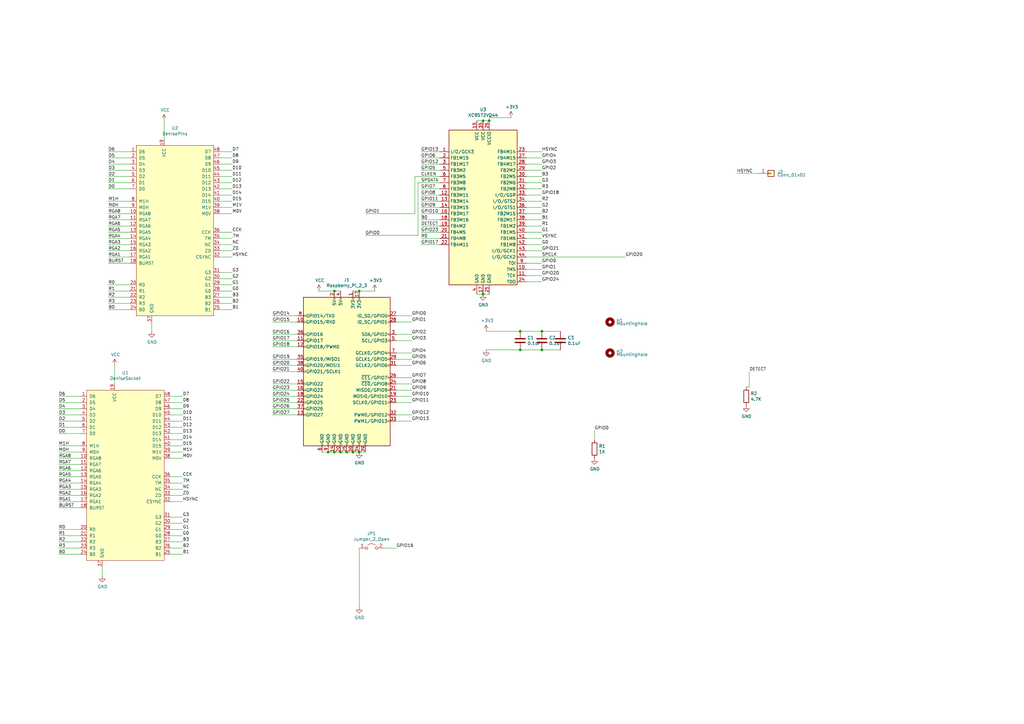
<source format=kicad_sch>
(kicad_sch (version 20220104) (generator eeschema)
  (paper "A3")
  (lib_symbols
    (symbol "Connector:Raspberry_Pi_2_3" (pin_names (offset 1.016))
      (property "Reference" "J" (at -17.78 31.75 0))
      (property "Value" "Raspberry_Pi_2_3" (at 10.16 -31.75 0))
      (symbol "Raspberry_Pi_2_3_0_1"
        (rectangle (start -17.78 30.48) (end 17.78 -30.48) (stroke (width 0.254)) (fill (type background)))
      )
      (symbol "Raspberry_Pi_2_3_1_1"
        (rectangle (start -16.891 -17.526) (end -17.78 -18.034))
        (rectangle (start -16.891 -14.986) (end -17.78 -15.494))
        (rectangle (start -16.891 -12.446) (end -17.78 -12.954))
        (rectangle (start -16.891 -9.906) (end -17.78 -10.414))
        (rectangle (start -16.891 -7.366) (end -17.78 -7.874))
        (rectangle (start -16.891 -4.826) (end -17.78 -5.334))
        (rectangle (start -16.891 0.254) (end -17.78 -0.254))
        (rectangle (start -16.891 2.794) (end -17.78 2.286))
        (rectangle (start -16.891 5.334) (end -17.78 4.826))
        (rectangle (start -16.891 10.414) (end -17.78 9.906))
        (rectangle (start -16.891 12.954) (end -17.78 12.446))
        (rectangle (start -16.891 15.494) (end -17.78 14.986))
        (rectangle (start -16.891 20.574) (end -17.78 20.066))
        (rectangle (start -16.891 23.114) (end -17.78 22.606))
        (rectangle (start -10.414 -29.591) (end -9.906 -30.48))
        (rectangle (start -7.874 -29.591) (end -7.366 -30.48))
        (rectangle (start -5.334 -29.591) (end -4.826 -30.48))
        (rectangle (start -5.334 30.48) (end -4.826 29.591))
        (rectangle (start -2.794 -29.591) (end -2.286 -30.48))
        (rectangle (start -2.794 30.48) (end -2.286 29.591))
        (rectangle (start -0.254 -29.591) (end 0.254 -30.48))
        (rectangle (start 2.286 -29.591) (end 2.794 -30.48))
        (rectangle (start 2.286 30.48) (end 2.794 29.591))
        (rectangle (start 4.826 -29.591) (end 5.334 -30.48))
        (rectangle (start 4.826 30.48) (end 5.334 29.591))
        (rectangle (start 7.366 -29.591) (end 7.874 -30.48))
        (rectangle (start 17.78 -20.066) (end 16.891 -20.574))
        (rectangle (start 17.78 -17.526) (end 16.891 -18.034))
        (rectangle (start 17.78 -12.446) (end 16.891 -12.954))
        (rectangle (start 17.78 -9.906) (end 16.891 -10.414))
        (rectangle (start 17.78 -7.366) (end 16.891 -7.874))
        (rectangle (start 17.78 -4.826) (end 16.891 -5.334))
        (rectangle (start 17.78 -2.286) (end 16.891 -2.794))
        (rectangle (start 17.78 2.794) (end 16.891 2.286))
        (rectangle (start 17.78 5.334) (end 16.891 4.826))
        (rectangle (start 17.78 7.874) (end 16.891 7.366))
        (rectangle (start 17.78 12.954) (end 16.891 12.446))
        (rectangle (start 17.78 15.494) (end 16.891 14.986))
        (rectangle (start 17.78 20.574) (end 16.891 20.066))
        (rectangle (start 17.78 23.114) (end 16.891 22.606))
        (pin power_in line (at 2.54 33.02 270) (length 2.54) (name "3V3") (number "1"))
        (pin bidirectional line (at -20.32 20.32 0) (length 2.54) (name "GPIO15/RXD") (number "10"))
        (pin bidirectional line (at -20.32 12.7 0) (length 2.54) (name "GPIO17") (number "11"))
        (pin bidirectional line (at -20.32 10.16 0) (length 2.54) (name "GPIO18/PWM0") (number "12"))
        (pin bidirectional line (at -20.32 -17.78 0) (length 2.54) (name "GPIO27") (number "13"))
        (pin power_in line (at -5.08 -33.02 90) (length 2.54) (name "GND") (number "14"))
        (pin bidirectional line (at -20.32 -5.08 0) (length 2.54) (name "GPIO22") (number "15"))
        (pin bidirectional line (at -20.32 -7.62 0) (length 2.54) (name "GPIO23") (number "16"))
        (pin power_in line (at 5.08 33.02 270) (length 2.54) (name "3V3") (number "17"))
        (pin bidirectional line (at -20.32 -10.16 0) (length 2.54) (name "GPIO24") (number "18"))
        (pin bidirectional line (at 20.32 -10.16 180) (length 2.54) (name "MOSI0/GPIO10") (number "19"))
        (pin power_in line (at -5.08 33.02 270) (length 2.54) (name "5V") (number "2"))
        (pin power_in line (at -2.54 -33.02 90) (length 2.54) (name "GND") (number "20"))
        (pin bidirectional line (at 20.32 -7.62 180) (length 2.54) (name "MISO0/GPIO9") (number "21"))
        (pin bidirectional line (at -20.32 -12.7 0) (length 2.54) (name "GPIO25") (number "22"))
        (pin bidirectional line (at 20.32 -12.7 180) (length 2.54) (name "SCLK0/GPIO11") (number "23"))
        (pin bidirectional line (at 20.32 -5.08 180) (length 2.54) (name "~{CE0}/GPIO8") (number "24"))
        (pin power_in line (at 0 -33.02 90) (length 2.54) (name "GND") (number "25"))
        (pin bidirectional line (at 20.32 -2.54 180) (length 2.54) (name "~{CE1}/GPIO7") (number "26"))
        (pin bidirectional line (at 20.32 22.86 180) (length 2.54) (name "ID_SD/GPIO0") (number "27"))
        (pin bidirectional line (at 20.32 20.32 180) (length 2.54) (name "ID_SC/GPIO1") (number "28"))
        (pin bidirectional line (at 20.32 5.08 180) (length 2.54) (name "GCLK1/GPIO5") (number "29"))
        (pin bidirectional line (at 20.32 15.24 180) (length 2.54) (name "SDA/GPIO2") (number "3"))
        (pin power_in line (at 2.54 -33.02 90) (length 2.54) (name "GND") (number "30"))
        (pin bidirectional line (at 20.32 2.54 180) (length 2.54) (name "GCLK2/GPIO6") (number "31"))
        (pin bidirectional line (at 20.32 -17.78 180) (length 2.54) (name "PWM0/GPIO12") (number "32"))
        (pin bidirectional line (at 20.32 -20.32 180) (length 2.54) (name "PWM1/GPIO13") (number "33"))
        (pin power_in line (at 5.08 -33.02 90) (length 2.54) (name "GND") (number "34"))
        (pin bidirectional line (at -20.32 5.08 0) (length 2.54) (name "GPIO19/MISO1") (number "35"))
        (pin bidirectional line (at -20.32 15.24 0) (length 2.54) (name "GPIO16") (number "36"))
        (pin bidirectional line (at -20.32 -15.24 0) (length 2.54) (name "GPIO26") (number "37"))
        (pin bidirectional line (at -20.32 2.54 0) (length 2.54) (name "GPIO20/MOSI1") (number "38"))
        (pin power_in line (at 7.62 -33.02 90) (length 2.54) (name "GND") (number "39"))
        (pin power_in line (at -2.54 33.02 270) (length 2.54) (name "5V") (number "4"))
        (pin bidirectional line (at -20.32 0 0) (length 2.54) (name "GPIO21/SCLK1") (number "40"))
        (pin bidirectional line (at 20.32 12.7 180) (length 2.54) (name "SCL/GPIO3") (number "5"))
        (pin power_in line (at -10.16 -33.02 90) (length 2.54) (name "GND") (number "6"))
        (pin bidirectional line (at 20.32 7.62 180) (length 2.54) (name "GCLK0/GPIO4") (number "7"))
        (pin bidirectional line (at -20.32 22.86 0) (length 2.54) (name "GPIO14/TXD") (number "8"))
        (pin power_in line (at -7.62 -33.02 90) (length 2.54) (name "GND") (number "9"))
      )
    )
    (symbol "Connector_Generic:Conn_01x01" (pin_names (offset 1.016) hide)
      (property "Reference" "J" (at 0 2.54 0))
      (property "Value" "Conn_01x01" (at 0 -2.54 0))
      (symbol "Conn_01x01_1_1"
        (rectangle (start -1.27 0.127) (end 0 -0.127) (stroke (width 0.1524)))
        (rectangle (start -1.27 1.27) (end 1.27 -1.27) (stroke (width 0.254)) (fill (type background)))
        (pin passive line (at -5.08 0 0) (length 3.81) (name "Pin_1") (number "1"))
      )
    )
    (symbol "Device:C" (pin_numbers hide) (pin_names (offset 0.254))
      (property "Reference" "C" (at 0.635 2.54 0))
      (property "Value" "C" (at 0.635 -2.54 0))
      (symbol "C_0_1"
        (polyline (pts (xy -2.032 -0.762) (xy 2.032 -0.762)) (stroke (width 0.508)))
        (polyline (pts (xy -2.032 0.762) (xy 2.032 0.762)) (stroke (width 0.508)))
      )
      (symbol "C_1_1"
        (pin passive line (at 0 3.81 270) (length 2.794) (name "~") (number "1"))
        (pin passive line (at 0 -3.81 90) (length 2.794) (name "~") (number "2"))
      )
    )
    (symbol "Device:R" (pin_numbers hide) (pin_names (offset 0))
      (property "Reference" "R" (at 2.032 0 90))
      (property "Value" "R" (at 0 0 90))
      (symbol "R_0_1"
        (rectangle (start -1.016 -2.54) (end 1.016 2.54) (stroke (width 0.254)))
      )
      (symbol "R_1_1"
        (pin passive line (at 0 3.81 270) (length 1.27) (name "~") (number "1"))
        (pin passive line (at 0 -3.81 90) (length 1.27) (name "~") (number "2"))
      )
    )
    (symbol "Jumper:Jumper_2_Open" (pin_names (offset 0) hide)
      (property "Reference" "JP" (at 0 2.794 0))
      (property "Value" "Jumper_2_Open" (at 0 -2.286 0))
      (symbol "Jumper_2_Open_0_0"
        (circle (center -2.032 0) (radius 0.508))
        (circle (center 2.032 0) (radius 0.508))
      )
      (symbol "Jumper_2_Open_0_1"
        (arc (start 1.524 1.27) (mid 0 1.778) (end -1.524 1.27))
      )
      (symbol "Jumper_2_Open_1_1"
        (pin passive line (at -5.08 0 0) (length 2.54) (name "A") (number "1"))
        (pin passive line (at 5.08 0 180) (length 2.54) (name "B") (number "2"))
      )
    )
    (symbol "Mechanical:MountingHole" (pin_names (offset 1.016))
      (property "Reference" "H" (at 0 5.08 0))
      (property "Value" "MountingHole" (at 0 3.175 0))
      (symbol "MountingHole_0_1"
        (circle (center 0 0) (radius 1.27) (stroke (width 1.27)))
      )
    )
    (symbol "XC9572VQ44:XC9572VQ44"
      (property "Reference" "U" (at -13.97 33.02 0))
      (property "Value" "XC9572VQ44" (at -13.97 -33.02 0))
      (symbol "XC9572VQ44_1_1"
        (rectangle (start -13.97 31.75) (end 13.97 -31.75) (stroke (width 0.254)) (fill (type background)))
        (pin bidirectional line (at -17.78 22.86 0) (length 3.81) (name "I/O/GCK3") (number "1"))
        (pin input line (at 17.78 -25.4 180) (length 3.81) (name "TMS") (number "10"))
        (pin input line (at 17.78 -27.94 180) (length 3.81) (name "TCK") (number "11"))
        (pin bidirectional line (at -17.78 5.08 0) (length 3.81) (name "FB3M11") (number "12"))
        (pin bidirectional line (at -17.78 2.54 0) (length 3.81) (name "FB3M14") (number "13"))
        (pin bidirectional line (at -17.78 0 0) (length 3.81) (name "FB3M15") (number "14"))
        (pin power_in line (at -2.54 35.56 270) (length 3.81) (name "VCC") (number "15"))
        (pin bidirectional line (at -17.78 -2.54 0) (length 3.81) (name "FB3M17") (number "16"))
        (pin power_in line (at 0 -35.56 90) (length 3.81) (name "GND") (number "17"))
        (pin bidirectional line (at -17.78 -5.08 0) (length 3.81) (name "FB3M16") (number "18"))
        (pin bidirectional line (at -17.78 -7.62 0) (length 3.81) (name "FB4M2") (number "19"))
        (pin bidirectional line (at -17.78 20.32 0) (length 3.81) (name "FB1M15") (number "2"))
        (pin bidirectional line (at -17.78 -10.16 0) (length 3.81) (name "FB4M5") (number "20"))
        (pin bidirectional line (at -17.78 -12.7 0) (length 3.81) (name "FB4M8") (number "21"))
        (pin bidirectional line (at -17.78 -15.24 0) (length 3.81) (name "FB4M11") (number "22"))
        (pin bidirectional line (at 17.78 22.86 180) (length 3.81) (name "FB4M14") (number "23"))
        (pin output line (at 17.78 -30.48 180) (length 3.81) (name "TDO") (number "24"))
        (pin power_in line (at 2.54 -35.56 90) (length 3.81) (name "GND") (number "25"))
        (pin power_in line (at 2.54 35.56 270) (length 3.81) (name "VCCIO") (number "26"))
        (pin bidirectional line (at 17.78 20.32 180) (length 3.81) (name "FB4M15") (number "27"))
        (pin bidirectional line (at 17.78 17.78 180) (length 3.81) (name "FB4M17") (number "28"))
        (pin bidirectional line (at 17.78 15.24 180) (length 3.81) (name "FB2M2") (number "29"))
        (pin bidirectional line (at -17.78 17.78 0) (length 3.81) (name "FB1M17") (number "3"))
        (pin bidirectional line (at 17.78 12.7 180) (length 3.81) (name "FB2M5") (number "30"))
        (pin bidirectional line (at 17.78 10.16 180) (length 3.81) (name "FB2M6") (number "31"))
        (pin bidirectional line (at 17.78 7.62 180) (length 3.81) (name "FB2M8") (number "32"))
        (pin bidirectional line (at 17.78 5.08 180) (length 3.81) (name "I/O/GSR") (number "33"))
        (pin bidirectional line (at 17.78 2.54 180) (length 3.81) (name "I/O/GTS2") (number "34"))
        (pin power_in line (at 0 35.56 270) (length 3.81) (name "VCC") (number "35"))
        (pin bidirectional line (at 17.78 0 180) (length 3.81) (name "I/O/GTS1") (number "36"))
        (pin bidirectional line (at 17.78 -2.54 180) (length 3.81) (name "FB2M15") (number "37"))
        (pin bidirectional line (at 17.78 -5.08 180) (length 3.81) (name "FB2M17") (number "38"))
        (pin bidirectional line (at 17.78 -7.62 180) (length 3.81) (name "FB1M2") (number "39"))
        (pin power_in line (at -2.54 -35.56 90) (length 3.81) (name "GND") (number "4"))
        (pin bidirectional line (at 17.78 -10.16 180) (length 3.81) (name "FB1M5") (number "40"))
        (pin bidirectional line (at 17.78 -12.7 180) (length 3.81) (name "FB1M6") (number "41"))
        (pin bidirectional line (at 17.78 -15.24 180) (length 3.81) (name "FB1M8") (number "42"))
        (pin bidirectional line (at 17.78 -17.78 180) (length 3.81) (name "I/O/GCK1") (number "43"))
        (pin bidirectional line (at 17.78 -20.32 180) (length 3.81) (name "I/O/GCK2") (number "44"))
        (pin bidirectional line (at -17.78 15.24 0) (length 3.81) (name "FB3M2") (number "5"))
        (pin bidirectional line (at -17.78 12.7 0) (length 3.81) (name "FB3M5") (number "6"))
        (pin bidirectional line (at -17.78 10.16 0) (length 3.81) (name "FB3M8") (number "7"))
        (pin bidirectional line (at -17.78 7.62 0) (length 3.81) (name "FB3M9") (number "8"))
        (pin input line (at 17.78 -22.86 180) (length 3.81) (name "TDI") (number "9"))
      )
    )
    (symbol "power:+3.3V" (power) (pin_names (offset 0))
      (property "Value" "+3.3V" (at 0 3.556 0))
      (symbol "+3.3V_0_1"
        (polyline (pts (xy -0.762 1.27) (xy 0 2.54)))
        (polyline (pts (xy 0 0) (xy 0 2.54)))
        (polyline (pts (xy 0 2.54) (xy 0.762 1.27)))
      )
      (symbol "+3.3V_1_1"
        (pin power_in line (at 0 0 90) (length 0) hide (name "+3V3") (number "1"))
      )
    )
    (symbol "power:GND" (power) (pin_names (offset 0))
      (property "Value" "GND" (at 0 -3.81 0))
      (symbol "GND_0_1"
        (polyline (pts (xy 0 0) (xy 0 -1.27) (xy 1.27 -1.27) (xy 0 -2.54) (xy -1.27 -1.27) (xy 0 -1.27)))
      )
      (symbol "GND_1_1"
        (pin power_in line (at 0 0 270) (length 0) hide (name "GND") (number "1"))
      )
    )
    (symbol "power:VCC" (power) (pin_names (offset 0))
      (property "Value" "VCC" (at 0 3.81 0))
      (symbol "VCC_0_1"
        (polyline (pts (xy -0.762 1.27) (xy 0 2.54)))
        (polyline (pts (xy 0 0) (xy 0 2.54)))
        (polyline (pts (xy 0 2.54) (xy 0.762 1.27)))
      )
      (symbol "VCC_1_1"
        (pin power_in line (at 0 0 90) (length 0) hide (name "VCC") (number "1"))
      )
    )
    (symbol "rgb2hdmi:AmigaDenise" (pin_names (offset 1.016))
      (property "Reference" "U" (at 0 0 0))
      (property "Value" "AmigaDenise" (at 10.16 74.93 0))
      (symbol "AmigaDenise_0_1"
        (rectangle (start -13.97 3.81) (end 17.78 73.66) (fill (type background)))
      )
      (symbol "AmigaDenise_1_1"
        (pin bidirectional line (at -16.51 71.12 0) (length 2.54) (name "D6") (number "1"))
        (pin input line (at -16.51 45.72 0) (length 2.54) (name "RGA8") (number "10"))
        (pin input line (at -16.51 43.18 0) (length 2.54) (name "RGA7") (number "11"))
        (pin input line (at -16.51 40.64 0) (length 2.54) (name "RGA6") (number "12"))
        (pin input line (at -16.51 38.1 0) (length 2.54) (name "RGA5") (number "13"))
        (pin input line (at -16.51 35.56 0) (length 2.54) (name "RGA4") (number "14"))
        (pin input line (at -16.51 33.02 0) (length 2.54) (name "RGA3") (number "15"))
        (pin input line (at -16.51 30.48 0) (length 2.54) (name "RGA2") (number "16"))
        (pin input line (at -16.51 27.94 0) (length 2.54) (name "RGA1") (number "17"))
        (pin output line (at -16.51 25.4 0) (length 2.54) (name "BURST") (number "18"))
        (pin power_in line (at -2.54 76.2 270) (length 2.54) (name "VCC") (number "19"))
        (pin bidirectional line (at -16.51 68.58 0) (length 2.54) (name "D5") (number "2"))
        (pin output line (at -16.51 16.51 0) (length 2.54) (name "R0") (number "20"))
        (pin output line (at -16.51 13.97 0) (length 2.54) (name "R1") (number "21"))
        (pin output line (at -16.51 11.43 0) (length 2.54) (name "R2") (number "22"))
        (pin output line (at -16.51 8.89 0) (length 2.54) (name "R3") (number "23"))
        (pin output line (at -16.51 6.35 0) (length 2.54) (name "B0") (number "24"))
        (pin output line (at 20.32 6.35 180) (length 2.54) (name "B1") (number "25"))
        (pin output line (at 20.32 8.89 180) (length 2.54) (name "B2") (number "26"))
        (pin output line (at 20.32 11.43 180) (length 2.54) (name "B3") (number "27"))
        (pin output line (at 20.32 13.97 180) (length 2.54) (name "G0") (number "28"))
        (pin output line (at 20.32 16.51 180) (length 2.54) (name "G1") (number "29"))
        (pin bidirectional line (at -16.51 66.04 0) (length 2.54) (name "D4") (number "3"))
        (pin output line (at 20.32 19.05 180) (length 2.54) (name "G2") (number "30"))
        (pin output line (at 20.32 21.59 180) (length 2.54) (name "G3") (number "31"))
        (pin output line (at 20.32 27.94 180) (length 2.54) (name "CSYNC") (number "32"))
        (pin output line (at 20.32 30.48 180) (length 2.54) (name "ZD") (number "33"))
        (pin bidirectional line (at 20.32 33.02 180) (length 2.54) (name "NC") (number "34"))
        (pin input line (at 20.32 35.56 180) (length 2.54) (name "7M") (number "35"))
        (pin input line (at 20.32 38.1 180) (length 2.54) (name "CCK") (number "36"))
        (pin power_in line (at -7.62 1.27 90) (length 2.54) (name "GND") (number "37"))
        (pin input line (at 20.32 45.72 180) (length 2.54) (name "M0V") (number "38"))
        (pin input line (at 20.32 48.26 180) (length 2.54) (name "M1V") (number "39"))
        (pin bidirectional line (at -16.51 63.5 0) (length 2.54) (name "D3") (number "4"))
        (pin bidirectional line (at 20.32 50.8 180) (length 2.54) (name "D15") (number "40"))
        (pin bidirectional line (at 20.32 53.34 180) (length 2.54) (name "D14") (number "41"))
        (pin bidirectional line (at 20.32 55.88 180) (length 2.54) (name "D13") (number "42"))
        (pin bidirectional line (at 20.32 58.42 180) (length 2.54) (name "D12") (number "43"))
        (pin bidirectional line (at 20.32 60.96 180) (length 2.54) (name "D11") (number "44"))
        (pin bidirectional line (at 20.32 63.5 180) (length 2.54) (name "D10") (number "45"))
        (pin bidirectional line (at 20.32 66.04 180) (length 2.54) (name "D9") (number "46"))
        (pin bidirectional line (at 20.32 68.58 180) (length 2.54) (name "D8") (number "47"))
        (pin bidirectional line (at 20.32 71.12 180) (length 2.54) (name "D7") (number "48"))
        (pin bidirectional line (at -16.51 60.96 0) (length 2.54) (name "D2") (number "5"))
        (pin bidirectional line (at -16.51 58.42 0) (length 2.54) (name "D1") (number "6"))
        (pin bidirectional line (at -16.51 55.88 0) (length 2.54) (name "D0") (number "7"))
        (pin input line (at -16.51 50.8 0) (length 2.54) (name "M1H") (number "8"))
        (pin input line (at -16.51 48.26 0) (length 2.54) (name "M0H") (number "9"))
      )
    )
  )
  (junction (at 134.62 185.42) (diameter 0.9144))
  (junction (at 144.78 185.42) (diameter 0.9144))
  (junction (at 198.12 120.65) (diameter 0.9144))
  (junction (at 198.12 49.53) (diameter 0.9144))
  (junction (at 213.36 135.89) (diameter 0.9144))
  (junction (at 137.16 185.42) (diameter 0.9144))
  (junction (at 200.66 49.53) (diameter 0.9144))
  (junction (at 213.36 143.51) (diameter 0.9144))
  (junction (at 222.25 135.89) (diameter 0.9144))
  (junction (at 147.32 119.38) (diameter 0.9144))
  (junction (at 222.25 143.51) (diameter 0.9144))
  (junction (at 142.24 185.42) (diameter 0.9144))
  (junction (at 147.32 185.42) (diameter 0.9144))
  (junction (at 139.7 185.42) (diameter 0.9144))
  (junction (at 137.16 119.38) (diameter 0.9144))
  (wire (pts (xy 53.34 64.77) (xy 44.45 64.77)))
  (wire (pts (xy 198.12 120.65) (xy 200.66 120.65)))
  (wire (pts (xy 172.72 90.17) (xy 180.34 90.17)))
  (wire (pts (xy 24.13 222.25) (xy 33.02 222.25)))
  (wire (pts (xy 111.76 142.24) (xy 121.92 142.24)))
  (wire (pts (xy 209.55 48.26) (xy 200.66 48.26)))
  (wire (pts (xy 162.56 137.16) (xy 168.91 137.16)))
  (wire (pts (xy 74.93 165.1) (xy 69.85 165.1)))
  (wire (pts (xy 199.39 143.51) (xy 213.36 143.51)))
  (wire (pts (xy 74.93 219.71) (xy 69.85 219.71)))
  (wire (pts (xy 222.25 110.49) (xy 215.9 110.49)))
  (wire (pts (xy 168.91 165.1) (xy 162.56 165.1)))
  (wire (pts (xy 147.32 224.79) (xy 147.32 248.92)))
  (wire (pts (xy 162.56 144.78) (xy 168.91 144.78)))
  (wire (pts (xy 24.13 200.66) (xy 33.02 200.66)))
  (wire (pts (xy 44.45 92.71) (xy 53.34 92.71)))
  (wire (pts (xy 222.25 90.17) (xy 215.9 90.17)))
  (wire (pts (xy 222.25 97.79) (xy 215.9 97.79)))
  (wire (pts (xy 222.25 85.09) (xy 215.9 85.09)))
  (wire (pts (xy 172.72 85.09) (xy 180.34 85.09)))
  (wire (pts (xy 222.25 102.87) (xy 215.9 102.87)))
  (wire (pts (xy 130.81 119.38) (xy 137.16 119.38)))
  (wire (pts (xy 69.85 172.72) (xy 74.93 172.72)))
  (wire (pts (xy 24.13 182.88) (xy 33.02 182.88)))
  (wire (pts (xy 222.25 100.33) (xy 215.9 100.33)))
  (wire (pts (xy 170.18 72.39) (xy 180.34 72.39)))
  (wire (pts (xy 168.91 129.54) (xy 162.56 129.54)))
  (wire (pts (xy 46.99 149.86) (xy 46.99 157.48)))
  (wire (pts (xy 44.45 72.39) (xy 53.34 72.39)))
  (wire (pts (xy 24.13 208.28) (xy 33.02 208.28)))
  (wire (pts (xy 162.56 157.48) (xy 168.91 157.48)))
  (wire (pts (xy 44.45 74.93) (xy 53.34 74.93)))
  (wire (pts (xy 139.7 185.42) (xy 142.24 185.42)))
  (wire (pts (xy 111.76 137.16) (xy 121.92 137.16)))
  (wire (pts (xy 243.84 176.53) (xy 243.84 180.34)))
  (wire (pts (xy 199.39 135.89) (xy 213.36 135.89)))
  (wire (pts (xy 24.13 193.04) (xy 33.02 193.04)))
  (wire (pts (xy 44.45 67.31) (xy 53.34 67.31)))
  (wire (pts (xy 74.93 175.26) (xy 69.85 175.26)))
  (wire (pts (xy 33.02 165.1) (xy 24.13 165.1)))
  (wire (pts (xy 44.45 121.92) (xy 53.34 121.92)))
  (wire (pts (xy 74.93 200.66) (xy 69.85 200.66)))
  (wire (pts (xy 153.67 119.38) (xy 147.32 119.38)))
  (wire (pts (xy 222.25 82.55) (xy 215.9 82.55)))
  (wire (pts (xy 95.25 114.3) (xy 90.17 114.3)))
  (wire (pts (xy 74.93 214.63) (xy 69.85 214.63)))
  (wire (pts (xy 44.45 62.23) (xy 53.34 62.23)))
  (wire (pts (xy 172.72 95.25) (xy 180.34 95.25)))
  (wire (pts (xy 74.93 180.34) (xy 69.85 180.34)))
  (wire (pts (xy 95.25 87.63) (xy 90.17 87.63)))
  (wire (pts (xy 222.25 87.63) (xy 215.9 87.63)))
  (wire (pts (xy 222.25 80.01) (xy 215.9 80.01)))
  (wire (pts (xy 95.25 69.85) (xy 90.17 69.85)))
  (wire (pts (xy 44.45 107.95) (xy 53.34 107.95)))
  (wire (pts (xy 134.62 185.42) (xy 137.16 185.42)))
  (wire (pts (xy 95.25 62.23) (xy 90.17 62.23)))
  (wire (pts (xy 44.45 77.47) (xy 53.34 77.47)))
  (wire (pts (xy 44.45 85.09) (xy 53.34 85.09)))
  (wire (pts (xy 172.72 64.77) (xy 180.34 64.77)))
  (wire (pts (xy 95.25 102.87) (xy 90.17 102.87)))
  (wire (pts (xy 168.91 154.94) (xy 162.56 154.94)))
  (wire (pts (xy 171.45 74.93) (xy 171.45 96.52)))
  (wire (pts (xy 172.72 62.23) (xy 180.34 62.23)))
  (wire (pts (xy 149.86 96.52) (xy 171.45 96.52)))
  (wire (pts (xy 144.78 185.42) (xy 147.32 185.42)))
  (wire (pts (xy 95.25 111.76) (xy 90.17 111.76)))
  (wire (pts (xy 67.31 49.53) (xy 67.31 57.15)))
  (wire (pts (xy 95.25 105.41) (xy 90.17 105.41)))
  (wire (pts (xy 222.25 77.47) (xy 215.9 77.47)))
  (wire (pts (xy 111.76 165.1) (xy 121.92 165.1)))
  (wire (pts (xy 222.25 143.51) (xy 213.36 143.51)))
  (wire (pts (xy 198.12 49.53) (xy 195.58 49.53)))
  (wire (pts (xy 139.7 119.38) (xy 137.16 119.38)))
  (wire (pts (xy 229.87 143.51) (xy 222.25 143.51)))
  (wire (pts (xy 74.93 222.25) (xy 69.85 222.25)))
  (wire (pts (xy 147.32 185.42) (xy 149.86 185.42)))
  (wire (pts (xy 302.26 71.12) (xy 311.15 71.12)))
  (wire (pts (xy 33.02 227.33) (xy 24.13 227.33)))
  (wire (pts (xy 172.72 69.85) (xy 180.34 69.85)))
  (wire (pts (xy 95.25 121.92) (xy 90.17 121.92)))
  (wire (pts (xy 222.25 135.89) (xy 229.87 135.89)))
  (wire (pts (xy 24.13 167.64) (xy 33.02 167.64)))
  (wire (pts (xy 95.25 124.46) (xy 90.17 124.46)))
  (wire (pts (xy 168.91 147.32) (xy 162.56 147.32)))
  (wire (pts (xy 24.13 172.72) (xy 33.02 172.72)))
  (wire (pts (xy 111.76 139.7) (xy 121.92 139.7)))
  (wire (pts (xy 132.08 185.42) (xy 134.62 185.42)))
  (wire (pts (xy 44.45 105.41) (xy 53.34 105.41)))
  (wire (pts (xy 111.76 162.56) (xy 121.92 162.56)))
  (wire (pts (xy 44.45 90.17) (xy 53.34 90.17)))
  (wire (pts (xy 172.72 77.47) (xy 180.34 77.47)))
  (wire (pts (xy 74.93 167.64) (xy 69.85 167.64)))
  (wire (pts (xy 157.48 224.79) (xy 162.56 224.79)))
  (wire (pts (xy 200.66 48.26) (xy 200.66 49.53)))
  (wire (pts (xy 222.25 67.31) (xy 215.9 67.31)))
  (wire (pts (xy 24.13 170.18) (xy 33.02 170.18)))
  (wire (pts (xy 222.25 92.71) (xy 215.9 92.71)))
  (wire (pts (xy 111.76 160.02) (xy 121.92 160.02)))
  (wire (pts (xy 95.25 82.55) (xy 90.17 82.55)))
  (wire (pts (xy 111.76 152.4) (xy 121.92 152.4)))
  (wire (pts (xy 170.18 72.39) (xy 170.18 87.63)))
  (wire (pts (xy 62.23 135.89) (xy 62.23 132.08)))
  (wire (pts (xy 44.45 97.79) (xy 53.34 97.79)))
  (wire (pts (xy 222.25 95.25) (xy 215.9 95.25)))
  (wire (pts (xy 95.25 127) (xy 90.17 127)))
  (wire (pts (xy 172.72 67.31) (xy 180.34 67.31)))
  (wire (pts (xy 149.86 87.63) (xy 170.18 87.63)))
  (wire (pts (xy 172.72 97.79) (xy 180.34 97.79)))
  (wire (pts (xy 24.13 217.17) (xy 33.02 217.17)))
  (wire (pts (xy 24.13 177.8) (xy 33.02 177.8)))
  (wire (pts (xy 24.13 224.79) (xy 33.02 224.79)))
  (wire (pts (xy 44.45 82.55) (xy 53.34 82.55)))
  (wire (pts (xy 24.13 190.5) (xy 33.02 190.5)))
  (wire (pts (xy 74.93 182.88) (xy 69.85 182.88)))
  (wire (pts (xy 74.93 170.18) (xy 69.85 170.18)))
  (wire (pts (xy 222.25 113.03) (xy 215.9 113.03)))
  (wire (pts (xy 74.93 185.42) (xy 69.85 185.42)))
  (wire (pts (xy 222.25 64.77) (xy 215.9 64.77)))
  (wire (pts (xy 172.72 87.63) (xy 180.34 87.63)))
  (wire (pts (xy 74.93 224.79) (xy 69.85 224.79)))
  (wire (pts (xy 222.25 115.57) (xy 215.9 115.57)))
  (wire (pts (xy 168.91 139.7) (xy 162.56 139.7)))
  (wire (pts (xy 24.13 195.58) (xy 33.02 195.58)))
  (wire (pts (xy 44.45 119.38) (xy 53.34 119.38)))
  (wire (pts (xy 74.93 203.2) (xy 69.85 203.2)))
  (wire (pts (xy 162.56 162.56) (xy 168.91 162.56)))
  (wire (pts (xy 74.93 177.8) (xy 69.85 177.8)))
  (wire (pts (xy 180.34 74.93) (xy 171.45 74.93)))
  (wire (pts (xy 95.25 77.47) (xy 90.17 77.47)))
  (wire (pts (xy 172.72 92.71) (xy 180.34 92.71)))
  (wire (pts (xy 222.25 62.23) (xy 215.9 62.23)))
  (wire (pts (xy 95.25 97.79) (xy 90.17 97.79)))
  (wire (pts (xy 53.34 102.87) (xy 44.45 102.87)))
  (wire (pts (xy 74.93 162.56) (xy 69.85 162.56)))
  (wire (pts (xy 172.72 80.01) (xy 180.34 80.01)))
  (wire (pts (xy 111.76 147.32) (xy 121.92 147.32)))
  (wire (pts (xy 95.25 116.84) (xy 90.17 116.84)))
  (wire (pts (xy 24.13 198.12) (xy 33.02 198.12)))
  (wire (pts (xy 147.32 119.38) (xy 144.78 119.38)))
  (wire (pts (xy 162.56 170.18) (xy 168.91 170.18)))
  (wire (pts (xy 215.9 105.41) (xy 256.54 105.41)))
  (wire (pts (xy 24.13 185.42) (xy 33.02 185.42)))
  (wire (pts (xy 111.76 149.86) (xy 121.92 149.86)))
  (wire (pts (xy 111.76 157.48) (xy 121.92 157.48)))
  (wire (pts (xy 222.25 107.95) (xy 215.9 107.95)))
  (wire (pts (xy 53.34 127) (xy 44.45 127)))
  (wire (pts (xy 222.25 74.93) (xy 215.9 74.93)))
  (wire (pts (xy 137.16 185.42) (xy 139.7 185.42)))
  (wire (pts (xy 95.25 119.38) (xy 90.17 119.38)))
  (wire (pts (xy 200.66 49.53) (xy 198.12 49.53)))
  (wire (pts (xy 198.12 120.65) (xy 195.58 120.65)))
  (wire (pts (xy 95.25 100.33) (xy 90.17 100.33)))
  (wire (pts (xy 44.45 116.84) (xy 53.34 116.84)))
  (wire (pts (xy 172.72 100.33) (xy 180.34 100.33)))
  (wire (pts (xy 33.02 203.2) (xy 24.13 203.2)))
  (wire (pts (xy 111.76 129.54) (xy 121.92 129.54)))
  (wire (pts (xy 24.13 162.56) (xy 33.02 162.56)))
  (wire (pts (xy 74.93 205.74) (xy 69.85 205.74)))
  (wire (pts (xy 41.91 236.22) (xy 41.91 232.41)))
  (wire (pts (xy 162.56 149.86) (xy 168.91 149.86)))
  (wire (pts (xy 44.45 124.46) (xy 53.34 124.46)))
  (wire (pts (xy 44.45 100.33) (xy 53.34 100.33)))
  (wire (pts (xy 168.91 160.02) (xy 162.56 160.02)))
  (wire (pts (xy 142.24 185.42) (xy 144.78 185.42)))
  (wire (pts (xy 111.76 170.18) (xy 121.92 170.18)))
  (wire (pts (xy 74.93 187.96) (xy 69.85 187.96)))
  (wire (pts (xy 24.13 175.26) (xy 33.02 175.26)))
  (wire (pts (xy 95.25 64.77) (xy 90.17 64.77)))
  (wire (pts (xy 44.45 87.63) (xy 53.34 87.63)))
  (wire (pts (xy 172.72 82.55) (xy 180.34 82.55)))
  (wire (pts (xy 111.76 132.08) (xy 121.92 132.08)))
  (wire (pts (xy 44.45 69.85) (xy 53.34 69.85)))
  (wire (pts (xy 74.93 217.17) (xy 69.85 217.17)))
  (wire (pts (xy 74.93 212.09) (xy 69.85 212.09)))
  (wire (pts (xy 95.25 85.09) (xy 90.17 85.09)))
  (wire (pts (xy 44.45 95.25) (xy 53.34 95.25)))
  (wire (pts (xy 168.91 172.72) (xy 162.56 172.72)))
  (wire (pts (xy 95.25 74.93) (xy 90.17 74.93)))
  (wire (pts (xy 222.25 69.85) (xy 215.9 69.85)))
  (wire (pts (xy 222.25 72.39) (xy 215.9 72.39)))
  (wire (pts (xy 74.93 195.58) (xy 69.85 195.58)))
  (wire (pts (xy 213.36 135.89) (xy 222.25 135.89)))
  (wire (pts (xy 168.91 132.08) (xy 162.56 132.08)))
  (wire (pts (xy 307.34 158.75) (xy 306.07 158.75)))
  (wire (pts (xy 24.13 205.74) (xy 33.02 205.74)))
  (wire (pts (xy 24.13 219.71) (xy 33.02 219.71)))
  (wire (pts (xy 95.25 80.01) (xy 90.17 80.01)))
  (wire (pts (xy 74.93 198.12) (xy 69.85 198.12)))
  (wire (pts (xy 24.13 187.96) (xy 33.02 187.96)))
  (wire (pts (xy 74.93 227.33) (xy 69.85 227.33)))
  (wire (pts (xy 95.25 67.31) (xy 90.17 67.31)))
  (wire (pts (xy 90.17 72.39) (xy 95.25 72.39)))
  (wire (pts (xy 95.25 95.25) (xy 90.17 95.25)))
  (wire (pts (xy 307.34 152.4) (xy 307.34 158.75)))
  (wire (pts (xy 111.76 167.64) (xy 121.92 167.64)))
  (label "D4" (at 44.45 67.31 0))
  (label "B3" (at 74.93 222.25 0))
  (label "D5" (at 24.13 165.1 0))
  (label "GPIO18" (at 222.25 80.01 0))
  (label "G3" (at 222.25 74.93 0))
  (label "GPIO2" (at 222.25 69.85 0))
  (label "RGA3" (at 24.13 200.66 0))
  (label "7M" (at 95.25 97.79 0))
  (label "GPIO12" (at 168.91 170.18 0))
  (label "R1" (at 222.25 92.71 0))
  (label "M0V" (at 74.93 187.96 0))
  (label "D15" (at 74.93 182.88 0))
  (label "GPIO13" (at 168.91 172.72 0))
  (label "G1" (at 222.25 95.25 0))
  (label "B0" (at 44.45 127 0))
  (label "D1" (at 44.45 74.93 0))
  (label "D0" (at 44.45 77.47 0))
  (label "R1" (at 44.45 119.38 0))
  (label "GPIO21" (at 222.25 102.87 0))
  (label "GPIO8" (at 168.91 157.48 0))
  (label "GPIO0" (at 222.25 107.95 0))
  (label "D9" (at 95.25 67.31 0))
  (label "R3" (at 44.45 124.46 0))
  (label "RGA2" (at 44.45 102.87 0))
  (label "DETECT" (at 172.72 92.71 0))
  (label "GPIO26" (at 111.76 167.64 0))
  (label "GPIO15" (at 111.76 132.08 0))
  (label "GPIO1" (at 149.86 87.63 0))
  (label "D10" (at 95.25 69.85 0))
  (label "D6" (at 24.13 162.56 0))
  (label "B2" (at 95.25 124.46 0))
  (label "D3" (at 44.45 69.85 0))
  (label "G0" (at 222.25 100.33 0))
  (label "GPIO23" (at 172.72 95.25 0))
  (label "D2" (at 44.45 72.39 0))
  (label "ZD" (at 74.93 203.2 0))
  (label "GPIO17" (at 172.72 100.33 0))
  (label "GPIO7" (at 168.91 154.94 0))
  (label "R0" (at 172.72 97.79 0))
  (label "GPIO12" (at 172.72 67.31 0))
  (label "D5" (at 44.45 64.77 0))
  (label "GPIO14" (at 111.76 129.54 0))
  (label "RGA5" (at 44.45 95.25 0))
  (label "D14" (at 95.25 80.01 0))
  (label "B3" (at 95.25 121.92 0))
  (label "D14" (at 74.93 180.34 0))
  (label "R0" (at 44.45 116.84 0))
  (label "D15" (at 95.25 82.55 0))
  (label "GPIO1" (at 168.91 132.08 0))
  (label "GPIO24" (at 222.25 115.57 0))
  (label "GPIO23" (at 111.76 160.02 0))
  (label "D2" (at 24.13 172.72 0))
  (label "D4" (at 24.13 167.64 0))
  (label "CCK" (at 95.25 95.25 0))
  (label "GPIO16" (at 162.56 224.79 0))
  (label "D10" (at 74.93 170.18 0))
  (label "GPIO6" (at 172.72 64.77 0))
  (label "RGA6" (at 24.13 193.04 0))
  (label "GPIO3" (at 222.25 67.31 0))
  (label "GPIO5" (at 168.91 147.32 0))
  (label "B1" (at 74.93 227.33 0))
  (label "R0" (at 24.13 217.17 0))
  (label "BURST" (at 44.45 107.95 0))
  (label "GPIO0" (at 168.91 129.54 0))
  (label "B2" (at 74.93 224.79 0))
  (label "RGA5" (at 24.13 195.58 0))
  (label "GPIO10" (at 168.91 162.56 0))
  (label "NC" (at 74.93 200.66 0))
  (label "M1H" (at 44.45 82.55 0))
  (label "D8" (at 74.93 165.1 0))
  (label "GPIO18" (at 111.76 142.24 0))
  (label "RGA6" (at 44.45 92.71 0))
  (label "D0" (at 24.13 177.8 0))
  (label "G2" (at 222.25 85.09 0))
  (label "GPIO20" (at 111.76 149.86 0))
  (label "7M" (at 74.93 198.12 0))
  (label "SPCLK" (at 222.25 105.41 0))
  (label "CLKEN" (at 172.72 72.39 0))
  (label "G1" (at 74.93 217.17 0))
  (label "B1" (at 222.25 90.17 0))
  (label "R2" (at 24.13 222.25 0))
  (label "GPIO27" (at 111.76 170.18 0))
  (label "GPIO7" (at 172.72 77.47 0))
  (label "B3" (at 222.25 72.39 0))
  (label "GPIO20" (at 256.54 105.41 0))
  (label "G0" (at 74.93 219.71 0))
  (label "GPIO2" (at 168.91 137.16 0))
  (label "GPIO16" (at 111.76 137.16 0))
  (label "RGA2" (at 24.13 203.2 0))
  (label "RGA1" (at 24.13 205.74 0))
  (label "D12" (at 74.93 175.26 0))
  (label "D7" (at 95.25 62.23 0))
  (label "D9" (at 74.93 167.64 0))
  (label "D6" (at 44.45 62.23 0))
  (label "GPIO13" (at 172.72 62.23 0))
  (label "D7" (at 74.93 162.56 0))
  (label "GPIO21" (at 111.76 152.4 0))
  (label "M1V" (at 95.25 85.09 0))
  (label "M0H" (at 44.45 85.09 0))
  (label "CCK" (at 74.93 195.58 0))
  (label "G3" (at 95.25 111.76 0))
  (label "G1" (at 95.25 116.84 0))
  (label "NC" (at 95.25 100.33 0))
  (label "DETECT" (at 307.34 152.4 0))
  (label "GPIO9" (at 168.91 160.02 0))
  (label "R3" (at 222.25 77.47 0))
  (label "RGA4" (at 44.45 97.79 0))
  (label "HSYNC" (at 302.26 71.12 0))
  (label "D3" (at 24.13 170.18 0))
  (label "GPIO8" (at 172.72 80.01 0))
  (label "ZD" (at 95.25 102.87 0))
  (label "RGA1" (at 44.45 105.41 0))
  (label "D11" (at 74.93 172.72 0))
  (label "GPIO10" (at 172.72 87.63 0))
  (label "R2" (at 44.45 121.92 0))
  (label "HSYNC" (at 74.93 205.74 0))
  (label "HSYNC" (at 95.25 105.41 0))
  (label "D12" (at 95.25 74.93 0))
  (label "M1V" (at 74.93 185.42 0))
  (label "GPIO20" (at 222.25 113.03 0))
  (label "D13" (at 95.25 77.47 0))
  (label "GPIO4" (at 222.25 64.77 0))
  (label "GPIO9" (at 172.72 85.09 0))
  (label "GPIO4" (at 168.91 144.78 0))
  (label "GPIO22" (at 111.76 157.48 0))
  (label "GPIO3" (at 168.91 139.7 0))
  (label "G0" (at 95.25 119.38 0))
  (label "B0" (at 172.72 90.17 0))
  (label "D13" (at 74.93 177.8 0))
  (label "B2" (at 222.25 87.63 0))
  (label "GPIO1" (at 222.25 110.49 0))
  (label "HSYNC" (at 222.25 62.23 0))
  (label "B0" (at 24.13 227.33 0))
  (label "D11" (at 95.25 72.39 0))
  (label "M1H" (at 24.13 182.88 0))
  (label "G2" (at 95.25 114.3 0))
  (label "M0V" (at 95.25 87.63 0))
  (label "D8" (at 95.25 64.77 0))
  (label "SPDATA" (at 172.72 74.93 0))
  (label "GPIO11" (at 168.91 165.1 0))
  (label "M0H" (at 24.13 185.42 0))
  (label "GPIO5" (at 172.72 69.85 0))
  (label "R3" (at 24.13 224.79 0))
  (label "D1" (at 24.13 175.26 0))
  (label "GPIO17" (at 111.76 139.7 0))
  (label "G3" (at 74.93 212.09 0))
  (label "GPIO6" (at 168.91 149.86 0))
  (label "VSYNC" (at 222.25 97.79 0))
  (label "GPIO11" (at 172.72 82.55 0))
  (label "GPIO24" (at 111.76 162.56 0))
  (label "B1" (at 95.25 127 0))
  (label "BURST" (at 24.13 208.28 0))
  (label "RGA8" (at 44.45 87.63 0))
  (label "GPIO19" (at 111.76 147.32 0))
  (label "G2" (at 74.93 214.63 0))
  (label "RGA3" (at 44.45 100.33 0))
  (label "R2" (at 222.25 82.55 0))
  (label "R1" (at 24.13 219.71 0))
  (label "GPIO0" (at 149.86 96.52 0))
  (label "GPIO25" (at 111.76 165.1 0))
  (label "RGA8" (at 24.13 187.96 0))
  (label "GPIO0" (at 243.84 176.53 0))
  (label "RGA4" (at 24.13 198.12 0))
  (label "RGA7" (at 44.45 90.17 0))
  (label "RGA7" (at 24.13 190.5 0))
  (symbol (lib_id "XC9572VQ44:XC9572VQ44") (at 198.12 85.09 0) (unit 1)
    (property "Reference" "U3" (at 198.12 44.9326 0))
    (property "Value" "XC9572VQ44" (at 198.12 47.244 0))
    (property "Footprint" "Package_QFP_AKL:TQFP-44_10x10mm_P0.8mm" (effects hide))
  )
  (symbol (lib_id "power:GND") (at 62.23 135.89 0) (unit 1)
    (property "Reference" "#PWR03" (effects hide))
    (property "Value" "GND" (at 62.357 140.2842 0))
  )
  (symbol (lib_id "power:VCC") (at 67.31 49.53 0) (unit 1)
    (property "Reference" "#PWR04" (effects hide))
    (property "Value" "VCC" (at 67.691 45.1358 0))
  )
  (symbol (lib_id "power:+3.3V") (at 209.55 48.26 0) (unit 1)
    (property "Reference" "#PWR012" (effects hide))
    (property "Value" "+3.3V" (at 209.931 43.8658 0))
  )
  (symbol (lib_id "power:GND") (at 198.12 120.65 0) (unit 1)
    (property "Reference" "#PWR09" (effects hide))
    (property "Value" "GND" (at 198.247 125.0442 0))
  )
  (symbol (lib_id "power:GND") (at 306.07 166.37 0) (unit 1)
    (property "Reference" "#PWR014" (effects hide))
    (property "Value" "GND" (at 306.197 170.7642 0))
  )
  (symbol (lib_id "Connector:Raspberry_Pi_2_3") (at 142.24 152.4 0) (unit 1)
    (property "Reference" "J1" (at 142.24 114.7826 0))
    (property "Value" "Raspberry_Pi_2_3" (at 142.24 117.094 0))
    (property "Footprint" "Connector_PinSocket_2.54mm:PinSocket_2x20_P2.54mm_Vertical" (effects hide))
    (property "Datasheet" "https://www.raspberrypi.org/documentation/hardware/raspberrypi/schematics/rpi_SCH_3bplus_1p0_reduced.pdf" (effects hide))
  )
  (symbol (lib_id "power:GND") (at 147.32 185.42 0) (unit 1)
    (property "Reference" "#PWR06" (effects hide))
    (property "Value" "GND" (at 147.447 189.8142 0))
  )
  (symbol (lib_id "power:VCC") (at 130.81 119.38 0) (unit 1)
    (property "Reference" "#PWR05" (effects hide))
    (property "Value" "VCC" (at 131.191 114.9858 0))
  )
  (symbol (lib_id "power:+3.3V") (at 153.67 119.38 0) (unit 1)
    (property "Reference" "#PWR08" (effects hide))
    (property "Value" "+3.3V" (at 154.051 114.9858 0))
  )
  (symbol (lib_id "power:+3.3V") (at 199.39 135.89 0) (unit 1)
    (property "Reference" "#PWR010" (effects hide))
    (property "Value" "+3.3V" (at 199.771 131.4958 0))
  )
  (symbol (lib_id "Device:C") (at 213.36 139.7 0) (unit 1)
    (property "Reference" "C1" (at 216.281 138.5316 0) (effects (justify left)))
    (property "Value" "0.1uF" (at 216.281 140.843 0) (effects (justify left)))
    (property "Footprint" "Capacitor_SMD_AKL:C_0603_1608Metric_Pad1.08x0.95mm" (effects hide))
  )
  (symbol (lib_id "Device:C") (at 222.25 139.7 0) (unit 1)
    (property "Reference" "C2" (at 225.171 138.5316 0) (effects (justify left)))
    (property "Value" "0.1uF" (at 225.171 140.843 0) (effects (justify left)))
    (property "Footprint" "Capacitor_SMD_AKL:C_0603_1608Metric_Pad1.08x0.95mm" (effects hide))
  )
  (symbol (lib_id "Device:C") (at 229.87 139.7 0) (unit 1)
    (property "Reference" "C3" (at 232.791 138.5316 0) (effects (justify left)))
    (property "Value" "0.1uF" (at 232.791 140.843 0) (effects (justify left)))
    (property "Footprint" "Capacitor_SMD_AKL:C_0603_1608Metric_Pad1.08x0.95mm" (effects hide))
  )
  (symbol (lib_id "power:GND") (at 199.39 143.51 0) (unit 1)
    (property "Reference" "#PWR011" (effects hide))
    (property "Value" "GND" (at 199.517 147.9042 0))
  )
  (symbol (lib_id "Device:R") (at 306.07 162.56 0) (unit 1)
    (property "Reference" "R2" (at 307.848 161.3916 0) (effects (justify left)))
    (property "Value" "4.7K" (at 307.848 163.703 0) (effects (justify left)))
    (property "Footprint" "Resistor_SMD_AKL:R_0603_1608Metric_Pad1.05x0.95mm" (effects hide))
  )
  (symbol (lib_id "rgb2hdmi:AmigaDenise") (at 69.85 133.35 0) (unit 1)
    (property "Reference" "U2" (at 71.755 52.5526 0))
    (property "Value" "DenisePins" (at 71.755 54.864 0))
    (property "Footprint" "Package_DIP_AKL:DIP-48_W15.24mm_LongPads" (effects hide))
  )
  (symbol (lib_id "Device:R") (at 243.84 184.15 0) (unit 1)
    (property "Reference" "R1" (at 245.618 182.9816 0) (effects (justify left)))
    (property "Value" "1K" (at 245.618 185.293 0) (effects (justify left)))
    (property "Footprint" "Resistor_SMD_AKL:R_0603_1608Metric_Pad1.05x0.95mm" (effects hide))
  )
  (symbol (lib_id "power:GND") (at 243.84 187.96 0) (unit 1)
    (property "Reference" "#PWR013" (effects hide))
    (property "Value" "GND" (at 243.967 192.3542 0))
  )
  (symbol (lib_id "power:GND") (at 41.91 236.22 0) (unit 1)
    (property "Reference" "#PWR01" (effects hide))
    (property "Value" "GND" (at 42.037 240.6142 0))
  )
  (symbol (lib_id "power:VCC") (at 46.99 149.86 0) (unit 1)
    (property "Reference" "#PWR02" (effects hide))
    (property "Value" "VCC" (at 47.371 145.4658 0))
  )
  (symbol (lib_id "rgb2hdmi:AmigaDenise") (at 49.53 233.68 0) (unit 1)
    (property "Reference" "U1" (at 51.435 152.8826 0))
    (property "Value" "DeniseSocket" (at 51.435 155.194 0))
    (property "Footprint" "Package_DIP_AKL:DIP-48_W15.24mm_Socket_LongPads" (effects hide))
  )
  (symbol (lib_id "Jumper:Jumper_2_Open") (at 152.4 224.79 0) (unit 1)
    (property "Reference" "JP1" (at 152.4 218.821 0))
    (property "Value" "Jumper_2_Open" (at 152.4 221.1324 0))
    (property "Footprint" "Connector_PinHeader_2.54mm:PinHeader_1x02_P2.54mm_Horizontal" (effects hide))
  )
  (symbol (lib_id "power:GND") (at 147.32 248.92 0) (unit 1)
    (property "Reference" "#PWR07" (effects hide))
    (property "Value" "GND" (at 147.447 253.3142 0))
  )
  (symbol (lib_id "Mechanical:MountingHole") (at 250.19 144.78 0) (unit 1)
    (property "Reference" "H2" (at 252.73 144.145 0) (effects (justify left)))
    (property "Value" "MountingHole" (at 252.73 145.415 0) (effects (justify left)))
    (property "Footprint" "MountingHole:MountingHole_2.5mm_Pad" (effects hide))
  )
  (symbol (lib_id "Connector_Generic:Conn_01x01") (at 316.23 71.12 0) (unit 1)
    (property "Reference" "J2" (at 318.77 70.485 0) (effects (justify left)))
    (property "Value" "Conn_01x01" (at 318.77 71.755 0) (effects (justify left)))
    (property "Footprint" "Connector_PinHeader_2.54mm:PinHeader_1x01_P2.54mm_Horizontal" (effects hide))
  )
  (symbol (lib_id "Mechanical:MountingHole") (at 250.19 132.08 0) (unit 1)
    (property "Reference" "H1" (at 252.73 131.445 0) (effects (justify left)))
    (property "Value" "MountingHole" (at 252.73 132.715 0) (effects (justify left)))
    (property "Footprint" "MountingHole:MountingHole_2.5mm_Pad" (effects hide))
  )
)
</source>
